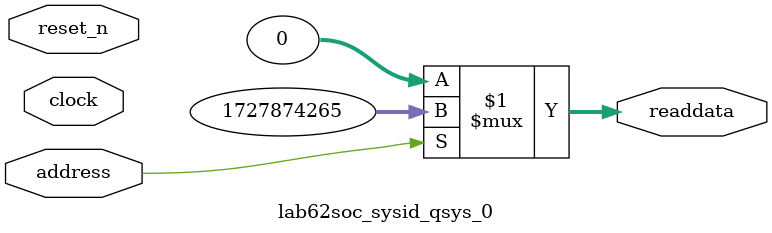
<source format=v>



// synthesis translate_off
`timescale 1ns / 1ps
// synthesis translate_on

// turn off superfluous verilog processor warnings 
// altera message_level Level1 
// altera message_off 10034 10035 10036 10037 10230 10240 10030 

module lab62soc_sysid_qsys_0 (
               // inputs:
                address,
                clock,
                reset_n,

               // outputs:
                readdata
             )
;

  output  [ 31: 0] readdata;
  input            address;
  input            clock;
  input            reset_n;

  wire    [ 31: 0] readdata;
  //control_slave, which is an e_avalon_slave
  assign readdata = address ? 1727874265 : 0;

endmodule



</source>
